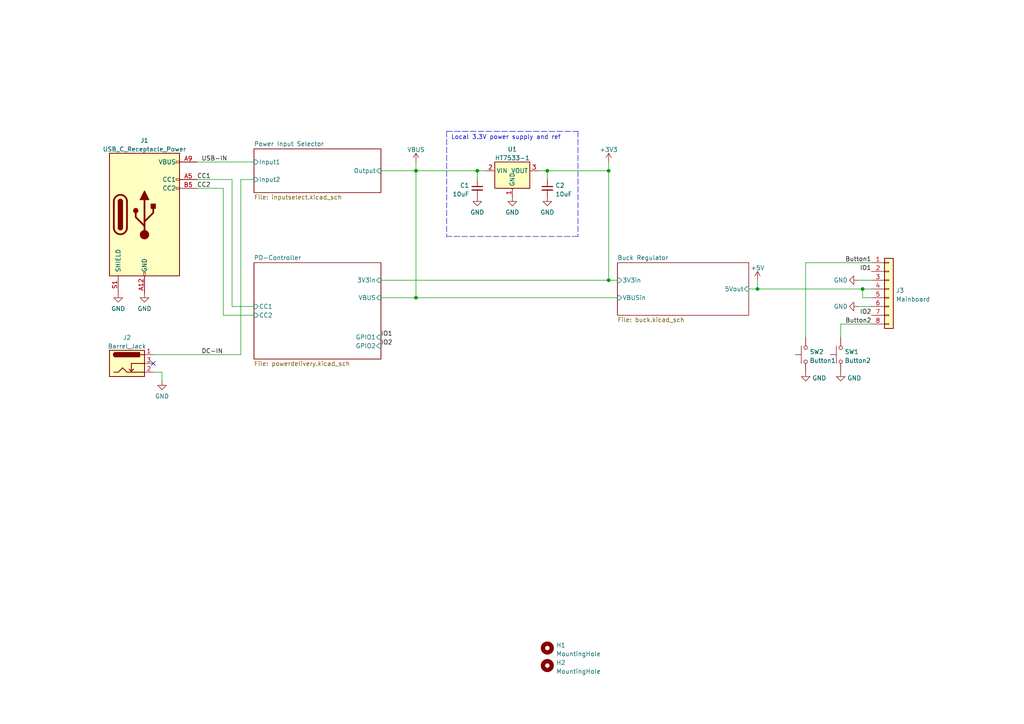
<source format=kicad_sch>
(kicad_sch (version 20211123) (generator eeschema)
  (paper "A4")
  (title_block (title "BloopBox Tailboard") (date "2022-12-03") (rev "1.0.1") (company "Qetesh"))
  (lib_symbols
    (symbol "Connector:Barrel_Jack_Switch" (pin_names hide)
      (property "Reference" "J" (at 0 5.334 0))
      (property "Value" "Barrel_Jack_Switch" (at 0 -5.08 0))
      (symbol "Barrel_Jack_Switch_0_1"
        (rectangle (start -5.08 3.81) (end 5.08 -3.81) (stroke (width 0.254)) (fill (type background)))
        (arc (start -3.302 3.175) (mid -3.937 2.54) (end -3.302 1.905) (stroke (width 0.254)))
        (arc (start -3.302 3.175) (mid -3.937 2.54) (end -3.302 1.905) (stroke (width 0.254)) (fill (type outline)))
        (polyline (pts (xy 1.27 -2.286) (xy 1.905 -1.651)) (stroke (width 0.254)))
        (polyline (pts (xy 5.08 2.54) (xy 3.81 2.54)) (stroke (width 0.254)))
        (polyline (pts (xy 5.08 0) (xy 1.27 0) (xy 1.27 -2.286) (xy 0.635 -1.651)) (stroke (width 0.254)))
        (polyline (pts (xy -3.81 -2.54) (xy -2.54 -2.54) (xy -1.27 -1.27) (xy 0 -2.54) (xy 2.54 -2.54) (xy 5.08 -2.54)) (stroke (width 0.254)))
        (rectangle (start 3.683 3.175) (end -3.302 1.905) (stroke (width 0.254)) (fill (type outline)))
      )
      (symbol "Barrel_Jack_Switch_1_1"
        (pin passive line (at 7.62 2.54 180) (length 2.54) (name "~") (number "1"))
        (pin passive line (at 7.62 -2.54 180) (length 2.54) (name "~") (number "2"))
        (pin passive line (at 7.62 0 180) (length 2.54) (name "~") (number "3"))
      )
    )
    (symbol "Connector_Generic:Conn_01x08" (pin_names (offset 1.016) hide)
      (property "Reference" "J" (at 0 10.16 0))
      (property "Value" "Conn_01x08" (at 0 -12.7 0))
      (symbol "Conn_01x08_1_1"
        (rectangle (start -1.27 -10.033) (end 0 -10.287) (stroke (width 0.1524)))
        (rectangle (start -1.27 -7.493) (end 0 -7.747) (stroke (width 0.1524)))
        (rectangle (start -1.27 -4.953) (end 0 -5.207) (stroke (width 0.1524)))
        (rectangle (start -1.27 -2.413) (end 0 -2.667) (stroke (width 0.1524)))
        (rectangle (start -1.27 0.127) (end 0 -0.127) (stroke (width 0.1524)))
        (rectangle (start -1.27 2.667) (end 0 2.413) (stroke (width 0.1524)))
        (rectangle (start -1.27 5.207) (end 0 4.953) (stroke (width 0.1524)))
        (rectangle (start -1.27 7.747) (end 0 7.493) (stroke (width 0.1524)))
        (rectangle (start -1.27 8.89) (end 1.27 -11.43) (stroke (width 0.254)) (fill (type background)))
        (pin passive line (at -5.08 7.62 0) (length 3.81) (name "Pin_1") (number "1"))
        (pin passive line (at -5.08 5.08 0) (length 3.81) (name "Pin_2") (number "2"))
        (pin passive line (at -5.08 2.54 0) (length 3.81) (name "Pin_3") (number "3"))
        (pin passive line (at -5.08 0 0) (length 3.81) (name "Pin_4") (number "4"))
        (pin passive line (at -5.08 -2.54 0) (length 3.81) (name "Pin_5") (number "5"))
        (pin passive line (at -5.08 -5.08 0) (length 3.81) (name "Pin_6") (number "6"))
        (pin passive line (at -5.08 -7.62 0) (length 3.81) (name "Pin_7") (number "7"))
        (pin passive line (at -5.08 -10.16 0) (length 3.81) (name "Pin_8") (number "8"))
      )
    )
    (symbol "Device:C_Small" (pin_numbers hide) (pin_names (offset 0.254) hide)
      (property "Reference" "C" (at 0.254 1.778 0))
      (property "Value" "C_Small" (at 0.254 -2.032 0))
      (symbol "C_Small_0_1"
        (polyline (pts (xy -1.524 -0.508) (xy 1.524 -0.508)) (stroke (width 0.3302)))
        (polyline (pts (xy -1.524 0.508) (xy 1.524 0.508)) (stroke (width 0.3048)))
      )
      (symbol "C_Small_1_1"
        (pin passive line (at 0 2.54 270) (length 2.032) (name "~") (number "1"))
        (pin passive line (at 0 -2.54 90) (length 2.032) (name "~") (number "2"))
      )
    )
    (symbol "Mechanical:MountingHole" (pin_names (offset 1.016))
      (property "Reference" "H" (at 0 5.08 0))
      (property "Value" "MountingHole" (at 0 3.175 0))
      (symbol "MountingHole_0_1"
        (circle (center 0 0) (radius 1.27) (stroke (width 1.27)))
      )
    )
    (symbol "My_Symbols:USB_C_Receptacle_Power" (pin_names (offset 1.016))
      (property "Reference" "J7" (at 0 21.4798 0))
      (property "Value" "USB_C_Receptacle_Power" (at 0 18.9429 0))
      (symbol "USB_C_Receptacle_Power_0_0"
        (rectangle (start -0.254 -17.78) (end 0.254 -16.764))
        (rectangle (start 10.16 7.874) (end 9.144 7.366))
        (rectangle (start 10.16 10.414) (end 9.144 9.906))
        (rectangle (start 10.16 15.494) (end 9.144 14.986))
      )
      (symbol "USB_C_Receptacle_Power_0_1"
        (rectangle (start -10.16 17.78) (end 10.16 -17.78) (stroke (width 0.254)) (fill (type background)))
        (arc (start -8.89 -3.81) (mid -6.985 -5.715) (end -5.08 -3.81) (stroke (width 0.508)))
        (arc (start -7.62 -3.81) (mid -6.985 -4.445) (end -6.35 -3.81) (stroke (width 0.254)))
        (arc (start -7.62 -3.81) (mid -6.985 -4.445) (end -6.35 -3.81) (stroke (width 0.254)) (fill (type outline)))
        (rectangle (start -7.62 -3.81) (end -6.35 3.81) (stroke (width 0.254)) (fill (type outline)))
        (arc (start -6.35 3.81) (mid -6.985 4.445) (end -7.62 3.81) (stroke (width 0.254)))
        (arc (start -6.35 3.81) (mid -6.985 4.445) (end -7.62 3.81) (stroke (width 0.254)) (fill (type outline)))
        (arc (start -5.08 3.81) (mid -6.985 5.715) (end -8.89 3.81) (stroke (width 0.508)))
        (circle (center -2.54 1.143) (radius 0.635) (stroke (width 0.254)) (fill (type outline)))
        (circle (center 0 -5.842) (radius 1.27) (fill (type outline)))
        (polyline (pts (xy -8.89 -3.81) (xy -8.89 3.81)) (stroke (width 0.508)))
        (polyline (pts (xy -5.08 3.81) (xy -5.08 -3.81)) (stroke (width 0.508)))
        (polyline (pts (xy 0 -5.842) (xy 0 4.318)) (stroke (width 0.508)))
        (polyline (pts (xy 0 -3.302) (xy -2.54 -0.762) (xy -2.54 0.508)) (stroke (width 0.508)))
        (polyline (pts (xy 0 -2.032) (xy 2.54 0.508) (xy 2.54 1.778)) (stroke (width 0.508)))
        (polyline (pts (xy -1.27 4.318) (xy 0 6.858) (xy 1.27 4.318) (xy -1.27 4.318)) (stroke (width 0.254)) (fill (type outline)))
        (rectangle (start 1.905 1.778) (end 3.175 3.048) (stroke (width 0.254)) (fill (type outline)))
      )
      (symbol "USB_C_Receptacle_Power_1_1"
        (pin passive line (at 0 -22.86 90) (length 5.08) (name "GND") (number "A12"))
        (pin bidirectional line (at 15.24 10.16 180) (length 5.08) (name "CC1") (number "A5"))
        (pin passive line (at 15.24 15.24 180) (length 5.08) (name "VBUS") (number "A9"))
        (pin passive line (at 0 -22.86 90) (length 5.08) hide (name "GND") (number "B12"))
        (pin bidirectional line (at 15.24 7.62 180) (length 5.08) (name "CC2") (number "B5"))
        (pin passive line (at 15.24 15.24 180) (length 5.08) hide (name "VBUS") (number "B9"))
        (pin passive line (at -7.62 -22.86 90) (length 5.08) (name "SHIELD") (number "S1"))
      )
    )
    (symbol "Regulator_Linear:HT75xx-1-SOT89"
      (property "Reference" "U" (at -5.08 -3.81 0))
      (property "Value" "HT75xx-1-SOT89" (at 0 6.35 0))
      (symbol "HT75xx-1-SOT89_0_1"
        (rectangle (start -5.08 5.08) (end 5.08 -2.54) (stroke (width 0.254)) (fill (type background)))
      )
      (symbol "HT75xx-1-SOT89_1_1"
        (pin power_in line (at 0 -5.08 90) (length 2.54) (name "GND") (number "1"))
        (pin power_in line (at -7.62 2.54 0) (length 2.54) (name "VIN") (number "2"))
        (pin power_out line (at 7.62 2.54 180) (length 2.54) (name "VOUT") (number "3"))
      )
    )
    (symbol "Switch:SW_Push" (pin_numbers hide) (pin_names (offset 1.016) hide)
      (property "Reference" "SW" (at 1.27 2.54 0))
      (property "Value" "SW_Push" (at 0 -1.524 0))
      (symbol "SW_Push_0_1"
        (circle (center -2.032 0) (radius 0.508))
        (polyline (pts (xy 0 1.27) (xy 0 3.048)))
        (polyline (pts (xy 2.54 1.27) (xy -2.54 1.27)))
        (circle (center 2.032 0) (radius 0.508))
        (pin passive line (at -5.08 0 0) (length 2.54) (name "1") (number "1"))
        (pin passive line (at 5.08 0 180) (length 2.54) (name "2") (number "2"))
      )
    )
    (symbol "power:+3V3" (power) (pin_names (offset 0))
      (property "Value" "+3V3" (at 0 3.556 0))
      (symbol "+3V3_0_1"
        (polyline (pts (xy -0.762 1.27) (xy 0 2.54)))
        (polyline (pts (xy 0 0) (xy 0 2.54)))
        (polyline (pts (xy 0 2.54) (xy 0.762 1.27)))
      )
      (symbol "+3V3_1_1"
        (pin power_in line (at 0 0 90) (length 0) hide (name "+3V3") (number "1"))
      )
    )
    (symbol "power:+5V" (power) (pin_names (offset 0))
      (property "Value" "+5V" (at 0 3.556 0))
      (symbol "+5V_0_1"
        (polyline (pts (xy -0.762 1.27) (xy 0 2.54)))
        (polyline (pts (xy 0 0) (xy 0 2.54)))
        (polyline (pts (xy 0 2.54) (xy 0.762 1.27)))
      )
      (symbol "+5V_1_1"
        (pin power_in line (at 0 0 90) (length 0) hide (name "+5V") (number "1"))
      )
    )
    (symbol "power:GND" (power) (pin_names (offset 0))
      (property "Value" "GND" (at 0 -3.81 0))
      (symbol "GND_0_1"
        (polyline (pts (xy 0 0) (xy 0 -1.27) (xy 1.27 -1.27) (xy 0 -2.54) (xy -1.27 -1.27) (xy 0 -1.27)))
      )
      (symbol "GND_1_1"
        (pin power_in line (at 0 0 270) (length 0) hide (name "GND") (number "1"))
      )
    )
    (symbol "power:PWR_FLAG" (power) (pin_numbers hide) (pin_names (offset 0) hide)
      (property "Value" "PWR_FLAG" (at 0 3.81 0))
      (symbol "PWR_FLAG_0_0"
        (pin power_out line (at 0 0 90) (length 0) (name "pwr") (number "1"))
      )
      (symbol "PWR_FLAG_0_1"
        (polyline (pts (xy 0 0) (xy 0 1.27) (xy -1.016 1.905) (xy 0 2.54) (xy 1.016 1.905) (xy 0 1.27)))
      )
    )
    (symbol "power:VBUS" (power) (pin_names (offset 0))
      (property "Value" "VBUS" (at 0 3.81 0))
      (symbol "VBUS_0_1"
        (polyline (pts (xy -0.762 1.27) (xy 0 2.54)))
        (polyline (pts (xy 0 0) (xy 0 2.54)))
        (polyline (pts (xy 0 2.54) (xy 0.762 1.27)))
      )
      (symbol "VBUS_1_1"
        (pin power_in line (at 0 0 90) (length 0) hide (name "VBUS") (number "1"))
      )
    )
  )
  (junction (at 176.53 81.28))
  (junction (at 250.19 83.82))
  (junction (at 219.71 83.82))
  (junction (at 176.53 49.53))
  (junction (at 158.75 49.53))
  (junction (at 120.65 49.53))
  (junction (at 120.65 86.36))
  (junction (at 138.43 49.53))
  (no_connect (at 44.45 105.41))
  (wire (pts (xy 44.45 102.87) (xy 69.85 102.87)))
  (wire (pts (xy 243.84 97.79) (xy 243.84 93.98)))
  (wire (pts (xy 44.45 107.95) (xy 46.99 107.95)))
  (wire (pts (xy 219.71 81.28) (xy 219.71 83.82)))
  (wire (pts (xy 217.17 83.82) (xy 219.71 83.82)))
  (wire (pts (xy 176.53 49.53) (xy 176.53 81.28)))
  (wire (pts (xy 158.75 49.53) (xy 156.21 49.53)))
  (wire (pts (xy 252.73 86.36) (xy 250.19 86.36)))
  (polyline (pts (xy 167.64 38.1) (xy 167.64 68.58)))
  (wire (pts (xy 110.49 81.28) (xy 176.53 81.28)))
  (wire (pts (xy 179.07 81.28) (xy 176.53 81.28)))
  (wire (pts (xy 67.31 88.9) (xy 67.31 52.07)))
  (wire (pts (xy 73.66 52.07) (xy 69.85 52.07)))
  (wire (pts (xy 120.65 49.53) (xy 120.65 46.99)))
  (wire (pts (xy 120.65 49.53) (xy 120.65 86.36)))
  (wire (pts (xy 69.85 52.07) (xy 69.85 102.87)))
  (wire (pts (xy 176.53 49.53) (xy 158.75 49.53)))
  (wire (pts (xy 248.92 81.28) (xy 252.73 81.28)))
  (wire (pts (xy 233.68 76.2) (xy 252.73 76.2)))
  (wire (pts (xy 67.31 52.07) (xy 57.15 52.07)))
  (wire (pts (xy 120.65 49.53) (xy 138.43 49.53)))
  (wire (pts (xy 233.68 76.2) (xy 233.68 97.79)))
  (wire (pts (xy 176.53 46.99) (xy 176.53 49.53)))
  (wire (pts (xy 64.77 91.44) (xy 64.77 54.61)))
  (wire (pts (xy 138.43 52.07) (xy 138.43 49.53)))
  (wire (pts (xy 158.75 52.07) (xy 158.75 49.53)))
  (polyline (pts (xy 167.64 68.58) (xy 129.54 68.58)))
  (polyline (pts (xy 129.54 38.1) (xy 129.54 68.58)))
  (wire (pts (xy 110.49 86.36) (xy 120.65 86.36)))
  (polyline (pts (xy 129.54 38.1) (xy 167.64 38.1)))
  (wire (pts (xy 46.99 107.95) (xy 46.99 110.49)))
  (wire (pts (xy 219.71 83.82) (xy 250.19 83.82)))
  (wire (pts (xy 138.43 49.53) (xy 140.97 49.53)))
  (wire (pts (xy 248.92 88.9) (xy 252.73 88.9)))
  (wire (pts (xy 243.84 93.98) (xy 252.73 93.98)))
  (wire (pts (xy 179.07 86.36) (xy 120.65 86.36)))
  (wire (pts (xy 110.49 49.53) (xy 120.65 49.53)))
  (wire (pts (xy 73.66 91.44) (xy 64.77 91.44)))
  (wire (pts (xy 57.15 46.99) (xy 73.66 46.99)))
  (wire (pts (xy 64.77 54.61) (xy 57.15 54.61)))
  (wire (pts (xy 73.66 88.9) (xy 67.31 88.9)))
  (wire (pts (xy 250.19 86.36) (xy 250.19 83.82)))
  (wire (pts (xy 250.19 83.82) (xy 252.73 83.82)))
  (text "Local 3.3V power supply and ref" (at 130.81 40.64 0) (effects (font (size 1.27 1.27)) (justify left bottom)))
  (label "Button2" (at 252.73 93.98 180))
  (label "CC1" (at 57.15 52.07 0))
  (label "IO1" (at 110.49 97.79 0))
  (label "USB-IN" (at 58.42 46.99 0))
  (label "IO2" (at 252.73 91.44 180))
  (label "IO2" (at 110.49 100.33 0))
  (label "CC2" (at 57.15 54.61 0))
  (label "Button1" (at 252.73 76.2 180))
  (label "IO1" (at 252.73 78.74 180))
  (label "DC-IN" (at 58.42 102.87 0))
  (symbol (lib_id "power:VBUS") (at -36.83 181.61 0) (unit 1)
    (property "Reference" "#PWR019" (effects hide))
    (property "Value" "VBUS" (at -35.433 180.7738 0) (effects (justify left)))
  )
  (symbol (lib_id "power:GND") (at 158.75 57.15 0) (unit 1)
    (property "Reference" "#PWR06" (effects hide))
    (property "Value" "GND" (at 158.75 61.5934 0))
  )
  (symbol (lib_id "Connector_Generic:Conn_01x08") (at 257.81 83.82 0) (unit 1)
    (property "Reference" "J3" (at 259.842 84.2553 0) (effects (justify left)))
    (property "Value" "Mainboard" (at 259.842 86.7922 0) (effects (justify left)))
    (property "Footprint" "Connector_JST:JST_PH_S8B-PH-K_1x08_P2.00mm_Horizontal" (effects hide))
    (property "LCSC" "C14531" (effects hide))
  )
  (symbol (lib_id "power:+5V") (at -33.02 181.61 0) (unit 1)
    (property "Reference" "#PWR020" (effects hide))
    (property "Value" "+5V" (at -31.623 180.7738 0) (effects (justify left)))
  )
  (symbol (lib_id "Switch:SW_Push") (at 233.68 102.87 90) (unit 1)
    (property "Reference" "SW2" (at 234.823 102.0353 90) (effects (justify right)))
    (property "Value" "Button1" (at 234.823 104.5722 90) (effects (justify right)))
    (property "Footprint" "Button_Switch_THT:SW_Tactile_SPST_Angled_PTS645Vx83-2LFS" (effects hide))
    (property "LCSC" "C338650" (effects hide))
  )
  (symbol (lib_id "Device:C_Small") (at 138.43 54.61 0) (unit 1)
    (property "Reference" "C1" (at 136.106 53.7816 0) (effects (justify right)))
    (property "Value" "10uF" (at 136.106 56.3185 0) (effects (justify right)))
    (property "Footprint" "Capacitor_SMD:C_0805_2012Metric" (effects hide))
    (property "LCSC" "C440198" (effects hide))
  )
  (symbol (lib_id "power:GND") (at 138.43 57.15 0) (unit 1)
    (property "Reference" "#PWR04" (effects hide))
    (property "Value" "GND" (at 138.43 61.5934 0))
  )
  (symbol (lib_id "power:GND") (at 148.59 57.15 0) (unit 1)
    (property "Reference" "#PWR05" (effects hide))
    (property "Value" "GND" (at 148.59 61.5934 0))
  )
  (symbol (lib_id "power:+3V3") (at 176.53 46.99 0) (unit 1)
    (property "Reference" "#PWR03" (effects hide))
    (property "Value" "+3V3" (at 176.53 43.4142 0))
  )
  (symbol (lib_id "power:GND") (at 248.92 88.9 270) (unit 1)
    (property "Reference" "#PWR018" (effects hide))
    (property "Value" "GND" (at 243.84 88.9 90))
  )
  (symbol (lib_id "Mechanical:MountingHole") (at 158.75 187.96 0) (unit 1)
    (property "Reference" "H1" (at 161.29 187.1253 0) (effects (justify left)))
    (property "Value" "MountingHole" (at 161.29 189.6622 0) (effects (justify left)))
    (property "Footprint" "MountingHole:MountingHole_3.2mm_M3_Pad" (effects hide))
  )
  (symbol (lib_id "power:PWR_FLAG") (at -36.83 181.61 180) (unit 1)
    (property "Reference" "#FLG01" (effects hide))
    (property "Value" "PWR_FLAG" (at -36.83 186.0534 0))
  )
  (symbol (lib_id "power:GND") (at 34.29 85.09 0) (unit 1)
    (property "Reference" "#PWR0102" (effects hide))
    (property "Value" "GND" (at 34.29 89.5334 0))
  )
  (symbol (lib_id "My_Symbols:USB_C_Receptacle_Power") (at 41.91 62.23 0) (unit 1)
    (property "Reference" "J1" (at 41.91 40.7502 0))
    (property "Value" "USB_C_Receptacle_Power" (at 41.91 43.2871 0))
    (property "Footprint" "USB4125-GF-A_REVA2:GCT_USB4125-GF-A_REVA2" (effects hide))
    (property "Datasheet" "https://www.usb.org/sites/default/files/documents/usb_type-c.zip" (effects hide))
    (property "LCSC" "C283540" (effects hide))
  )
  (symbol (lib_id "power:VBUS") (at 120.65 46.99 0) (unit 1)
    (property "Reference" "#PWR02" (effects hide))
    (property "Value" "VBUS" (at 120.65 43.4142 0))
  )
  (symbol (lib_id "power:PWR_FLAG") (at -33.02 181.61 180) (unit 1)
    (property "Reference" "#FLG02" (effects hide))
    (property "Value" "PWR_FLAG" (at -33.02 186.0534 0))
  )
  (symbol (lib_id "Switch:SW_Push") (at 243.84 102.87 90) (unit 1)
    (property "Reference" "SW1" (at 244.983 102.0353 90) (effects (justify right)))
    (property "Value" "Button2" (at 244.983 104.5722 90) (effects (justify right)))
    (property "Footprint" "Button_Switch_THT:SW_Tactile_SPST_Angled_PTS645Vx83-2LFS" (effects hide))
    (property "LCSC" "C338650" (effects hide))
  )
  (symbol (lib_id "Connector:Barrel_Jack_Switch") (at 36.83 105.41 0) (unit 1)
    (property "Reference" "J2" (at 36.83 97.9002 0))
    (property "Value" "Barrel_Jack" (at 36.83 100.4371 0))
    (property "Footprint" "Connector_BarrelJack:BarrelJack_Horizontal" (effects hide))
  )
  (symbol (lib_id "Device:C_Small") (at 158.75 54.61 0) (unit 1)
    (property "Reference" "C2" (at 161.0741 53.7816 0) (effects (justify left)))
    (property "Value" "10uF" (at 161.0741 56.3185 0) (effects (justify left)))
    (property "Footprint" "Capacitor_SMD:C_0402_1005Metric" (effects hide))
    (property "LCSC" "C15525" (effects hide))
  )
  (symbol (lib_id "power:PWR_FLAG") (at -29.21 181.61 180) (unit 1)
    (property "Reference" "#FLG03" (effects hide))
    (property "Value" "PWR_FLAG" (at -29.21 186.0534 0))
  )
  (symbol (lib_id "power:GND") (at 233.68 107.95 0) (unit 1)
    (property "Reference" "#PWR023" (effects hide))
    (property "Value" "GND" (at 235.585 109.6538 0) (effects (justify left)))
  )
  (symbol (lib_id "power:GND") (at -29.21 181.61 0) (mirror x) (unit 1)
    (property "Reference" "#PWR021" (effects hide))
    (property "Value" "GND" (at -31.1149 180.7738 0) (effects (justify right)))
  )
  (symbol (lib_id "power:GND") (at 248.92 81.28 270) (unit 1)
    (property "Reference" "#PWR015" (effects hide))
    (property "Value" "GND" (at 243.84 81.28 90))
  )
  (symbol (lib_id "power:GND") (at 41.91 85.09 0) (unit 1)
    (property "Reference" "#PWR0103" (effects hide))
    (property "Value" "GND" (at 41.91 89.5334 0))
  )
  (symbol (lib_id "power:+5V") (at 219.71 81.28 0) (unit 1)
    (property "Reference" "#PWR09" (effects hide))
    (property "Value" "+5V" (at 219.71 77.7042 0))
  )
  (symbol (lib_id "Mechanical:MountingHole") (at 158.75 193.04 0) (unit 1)
    (property "Reference" "H2" (at 161.29 192.2053 0) (effects (justify left)))
    (property "Value" "MountingHole" (at 161.29 194.7422 0) (effects (justify left)))
    (property "Footprint" "MountingHole:MountingHole_3.2mm_M3_Pad" (effects hide))
  )
  (symbol (lib_id "power:GND") (at 243.84 107.95 0) (unit 1)
    (property "Reference" "#PWR022" (effects hide))
    (property "Value" "GND" (at 245.745 109.6538 0) (effects (justify left)))
  )
  (symbol (lib_id "Regulator_Linear:HT75xx-1-SOT89") (at 148.59 52.07 0) (unit 1)
    (property "Reference" "U1" (at 148.59 43.2902 0))
    (property "Value" "HT7533-1" (at 148.59 45.8271 0))
    (property "Footprint" "Package_TO_SOT_SMD:SOT-89-3" (effects hide))
    (property "Datasheet" "https://www.holtek.com/documents/10179/116711/HT75xx-1v250.pdf" (effects hide))
    (property "LCSC" "C14289" (effects hide))
  )
  (symbol (lib_id "power:GND") (at 46.99 110.49 0) (unit 1)
    (property "Reference" "#PWR0101" (effects hide))
    (property "Value" "GND" (at 46.99 114.9334 0))
  )
  (sheet (at 179.07 76.2) (size 38.1 15.24) (stroke (width 0.1524))
    (property "Sheet name" "Buck Regulator" (at 179.07 75.4884 0) (effects (justify left bottom)))
    (property "Sheet file" "buck.kicad_sch" (at 179.07 92.0246 0) (effects (justify left top)))
    (pin "5Vout" input (at 217.17 83.82 0))
    (pin "VBUSin" input (at 179.07 86.36 180))
    (pin "3V3in" input (at 179.07 81.28 180))
  )
  (sheet (at 73.66 76.2) (size 36.83 27.94) (stroke (width 0.1524))
    (property "Sheet name" "PD-Controller" (at 73.66 75.4884 0) (effects (justify left bottom)))
    (property "Sheet file" "powerdelivery.kicad_sch" (at 73.66 104.7246 0) (effects (justify left top)))
    (pin "VBUS" input (at 110.49 86.36 0))
    (pin "CC2" input (at 73.66 91.44 180))
    (pin "CC1" input (at 73.66 88.9 180))
    (pin "3V3in" input (at 110.49 81.28 0))
    (pin "GPIO2" input (at 110.49 100.33 0))
    (pin "GPIO1" input (at 110.49 97.79 0))
  )
  (sheet (at 73.66 43.18) (size 36.83 12.7) (stroke (width 0.1524))
    (property "Sheet name" "Power Input Selector" (at 73.66 42.4684 0) (effects (justify left bottom)))
    (property "Sheet file" "inputselect.kicad_sch" (at 73.66 56.4646 0) (effects (justify left top)))
    (pin "Output" input (at 110.49 49.53 0))
    (pin "Input2" input (at 73.66 52.07 180))
    (pin "Input1" input (at 73.66 46.99 180))
  )
)
</source>
